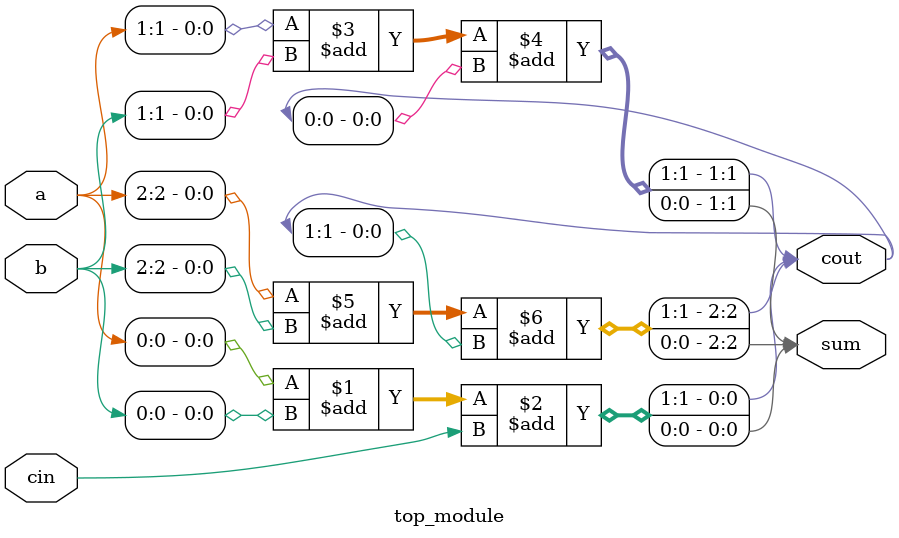
<source format=v>
module top_module( 
    input [2:0] a, b,
    input cin,
    output [2:0] cout,
    output [2:0] sum );
    
	assign {cout[0], sum[0]} = a[0]+b[0]+cin;
    assign {cout[1], sum[1]} = a[1]+b[1]+cout[0];
    assign {cout[2], sum[2]} = a[2]+b[2]+cout[1];
    
endmodule
</source>
